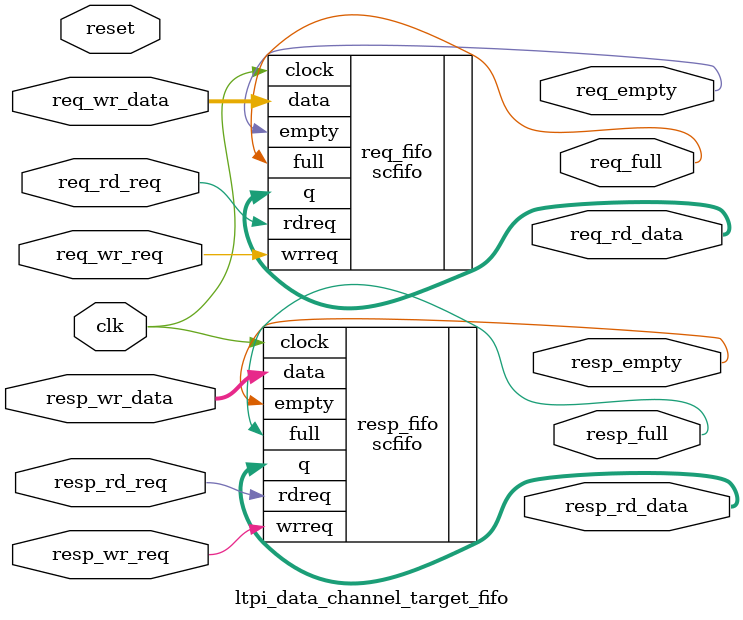
<source format=sv>


module ltpi_data_channel_target_fifo #(
    parameter REQ_WIDTH     = 32,
    parameter REQ_DEPTH     = 32,
    parameter RESP_WIDTH    = 32,
    parameter RESP_DEPTH    = 32
)
(
    input                           clk,
    input                           reset,

    input        [REQ_WIDTH-1:0]    req_wr_data,
    input                           req_wr_req,
    output       [REQ_WIDTH-1:0]    req_rd_data,
    input                           req_rd_req,
    output logic                    req_empty,
    output logic                    req_full,

    input        [RESP_WIDTH-1:0]   resp_wr_data,
    input                           resp_wr_req,
    output       [RESP_WIDTH-1:0]   resp_rd_data,
    input                           resp_rd_req,
    output logic                    resp_empty,
    output logic                    resp_full
);

scfifo #(
    .lpm_width(REQ_WIDTH),
    .lpm_numwords(REQ_DEPTH)
)
req_fifo(
    .clock(clk),

    .data       (req_wr_data),
    .q          (req_rd_data),
    .empty      (req_empty),
    .full       (req_full),
    .wrreq      (req_wr_req),
    .rdreq      (req_rd_req)
);

scfifo #(
    .lpm_width(RESP_WIDTH),
    .lpm_numwords(RESP_DEPTH)
)
resp_fifo(
    .clock(clk),

    .data       (resp_wr_data),
    .q          (resp_rd_data),
    .empty      (resp_empty),
    .full       (resp_full),
    .wrreq      (resp_wr_req),
    .rdreq      (resp_rd_req)
);

endmodule
</source>
